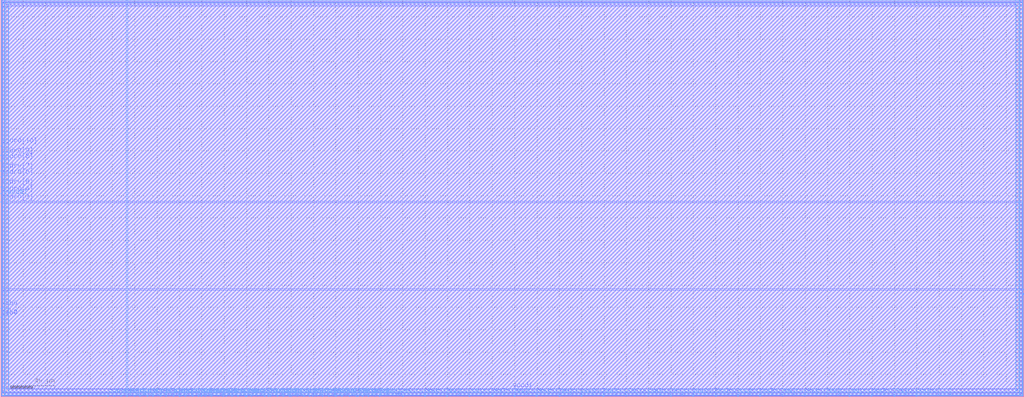
<source format=lef>
VERSION 5.4 ;
NAMESCASESENSITIVE ON ;
BUSBITCHARS "[]" ;
DIVIDERCHAR "/" ;
UNITS
  DATABASE MICRONS 1000 ;
END UNITS
MACRO sky130_sram_5kbytes_1rw_37x1024_37
   CLASS BLOCK ;
   SIZE 915.66 BY 355.34 ;
   SYMMETRY X Y R90 ;
   PIN din0[0]
      DIRECTION INPUT ;
      PORT
         LAYER met4 ;
         RECT  112.88 0.0 113.26 1.06 ;
      END
   END din0[0]
   PIN din0[1]
      DIRECTION INPUT ;
      PORT
         LAYER met4 ;
         RECT  119.68 0.0 120.06 1.06 ;
      END
   END din0[1]
   PIN din0[2]
      DIRECTION INPUT ;
      PORT
         LAYER met4 ;
         RECT  124.44 0.0 124.82 1.06 ;
      END
   END din0[2]
   PIN din0[3]
      DIRECTION INPUT ;
      PORT
         LAYER met4 ;
         RECT  131.24 0.0 131.62 1.06 ;
      END
   END din0[3]
   PIN din0[4]
      DIRECTION INPUT ;
      PORT
         LAYER met4 ;
         RECT  136.0 0.0 136.38 1.06 ;
      END
   END din0[4]
   PIN din0[5]
      DIRECTION INPUT ;
      PORT
         LAYER met4 ;
         RECT  142.8 0.0 143.18 1.06 ;
      END
   END din0[5]
   PIN din0[6]
      DIRECTION INPUT ;
      PORT
         LAYER met4 ;
         RECT  147.56 0.0 147.94 1.06 ;
      END
   END din0[6]
   PIN din0[7]
      DIRECTION INPUT ;
      PORT
         LAYER met4 ;
         RECT  154.36 0.0 154.74 1.06 ;
      END
   END din0[7]
   PIN din0[8]
      DIRECTION INPUT ;
      PORT
         LAYER met4 ;
         RECT  160.48 0.0 160.86 1.06 ;
      END
   END din0[8]
   PIN din0[9]
      DIRECTION INPUT ;
      PORT
         LAYER met4 ;
         RECT  165.24 0.0 165.62 1.06 ;
      END
   END din0[9]
   PIN din0[10]
      DIRECTION INPUT ;
      PORT
         LAYER met4 ;
         RECT  171.36 0.0 171.74 1.06 ;
      END
   END din0[10]
   PIN din0[11]
      DIRECTION INPUT ;
      PORT
         LAYER met4 ;
         RECT  176.8 0.0 177.18 1.06 ;
      END
   END din0[11]
   PIN din0[12]
      DIRECTION INPUT ;
      PORT
         LAYER met4 ;
         RECT  182.92 0.0 183.3 1.06 ;
      END
   END din0[12]
   PIN din0[13]
      DIRECTION INPUT ;
      PORT
         LAYER met4 ;
         RECT  188.36 0.0 188.74 1.06 ;
      END
   END din0[13]
   PIN din0[14]
      DIRECTION INPUT ;
      PORT
         LAYER met4 ;
         RECT  194.48 0.0 194.86 1.06 ;
      END
   END din0[14]
   PIN din0[15]
      DIRECTION INPUT ;
      PORT
         LAYER met4 ;
         RECT  201.28 0.0 201.66 1.06 ;
      END
   END din0[15]
   PIN din0[16]
      DIRECTION INPUT ;
      PORT
         LAYER met4 ;
         RECT  206.72 0.0 207.1 1.06 ;
      END
   END din0[16]
   PIN din0[17]
      DIRECTION INPUT ;
      PORT
         LAYER met4 ;
         RECT  212.16 0.0 212.54 1.06 ;
      END
   END din0[17]
   PIN din0[18]
      DIRECTION INPUT ;
      PORT
         LAYER met4 ;
         RECT  218.96 0.0 219.34 1.06 ;
      END
   END din0[18]
   PIN din0[19]
      DIRECTION INPUT ;
      PORT
         LAYER met4 ;
         RECT  224.4 0.0 224.78 1.06 ;
      END
   END din0[19]
   PIN din0[20]
      DIRECTION INPUT ;
      PORT
         LAYER met4 ;
         RECT  229.84 0.0 230.22 1.06 ;
      END
   END din0[20]
   PIN din0[21]
      DIRECTION INPUT ;
      PORT
         LAYER met4 ;
         RECT  235.96 0.0 236.34 1.06 ;
      END
   END din0[21]
   PIN din0[22]
      DIRECTION INPUT ;
      PORT
         LAYER met4 ;
         RECT  241.4 0.0 241.78 1.06 ;
      END
   END din0[22]
   PIN din0[23]
      DIRECTION INPUT ;
      PORT
         LAYER met4 ;
         RECT  247.52 0.0 247.9 1.06 ;
      END
   END din0[23]
   PIN din0[24]
      DIRECTION INPUT ;
      PORT
         LAYER met4 ;
         RECT  252.96 0.0 253.34 1.06 ;
      END
   END din0[24]
   PIN din0[25]
      DIRECTION INPUT ;
      PORT
         LAYER met4 ;
         RECT  258.4 0.0 258.78 1.06 ;
      END
   END din0[25]
   PIN din0[26]
      DIRECTION INPUT ;
      PORT
         LAYER met4 ;
         RECT  265.2 0.0 265.58 1.06 ;
      END
   END din0[26]
   PIN din0[27]
      DIRECTION INPUT ;
      PORT
         LAYER met4 ;
         RECT  271.32 0.0 271.7 1.06 ;
      END
   END din0[27]
   PIN din0[28]
      DIRECTION INPUT ;
      PORT
         LAYER met4 ;
         RECT  276.08 0.0 276.46 1.06 ;
      END
   END din0[28]
   PIN din0[29]
      DIRECTION INPUT ;
      PORT
         LAYER met4 ;
         RECT  282.2 0.0 282.58 1.06 ;
      END
   END din0[29]
   PIN din0[30]
      DIRECTION INPUT ;
      PORT
         LAYER met4 ;
         RECT  287.64 0.0 288.02 1.06 ;
      END
   END din0[30]
   PIN din0[31]
      DIRECTION INPUT ;
      PORT
         LAYER met4 ;
         RECT  293.76 0.0 294.14 1.06 ;
      END
   END din0[31]
   PIN din0[32]
      DIRECTION INPUT ;
      PORT
         LAYER met4 ;
         RECT  299.88 0.0 300.26 1.06 ;
      END
   END din0[32]
   PIN din0[33]
      DIRECTION INPUT ;
      PORT
         LAYER met4 ;
         RECT  305.32 0.0 305.7 1.06 ;
      END
   END din0[33]
   PIN din0[34]
      DIRECTION INPUT ;
      PORT
         LAYER met4 ;
         RECT  312.12 0.0 312.5 1.06 ;
      END
   END din0[34]
   PIN din0[35]
      DIRECTION INPUT ;
      PORT
         LAYER met4 ;
         RECT  318.24 0.0 318.62 1.06 ;
      END
   END din0[35]
   PIN din0[36]
      DIRECTION INPUT ;
      PORT
         LAYER met4 ;
         RECT  323.68 0.0 324.06 1.06 ;
      END
   END din0[36]
   PIN din0[37]
      DIRECTION INPUT ;
      PORT
         LAYER met4 ;
         RECT  329.12 0.0 329.5 1.06 ;
      END
   END din0[37]
   PIN addr0[0]
      DIRECTION INPUT ;
      PORT
         LAYER met4 ;
         RECT  95.88 0.0 96.26 1.06 ;
      END
   END addr0[0]
   PIN addr0[1]
      DIRECTION INPUT ;
      PORT
         LAYER met4 ;
         RECT  101.32 0.0 101.7 1.06 ;
      END
   END addr0[1]
   PIN addr0[2]
      DIRECTION INPUT ;
      PORT
         LAYER met4 ;
         RECT  107.44 0.0 107.82 1.06 ;
      END
   END addr0[2]
   PIN addr0[3]
      DIRECTION INPUT ;
      PORT
         LAYER met3 ;
         RECT  0.0 174.08 1.06 174.46 ;
      END
   END addr0[3]
   PIN addr0[4]
      DIRECTION INPUT ;
      PORT
         LAYER met3 ;
         RECT  0.0 181.56 1.06 181.94 ;
      END
   END addr0[4]
   PIN addr0[5]
      DIRECTION INPUT ;
      PORT
         LAYER met3 ;
         RECT  0.0 187.68 1.06 188.06 ;
      END
   END addr0[5]
   PIN addr0[6]
      DIRECTION INPUT ;
      PORT
         LAYER met3 ;
         RECT  0.0 196.52 1.06 196.9 ;
      END
   END addr0[6]
   PIN addr0[7]
      DIRECTION INPUT ;
      PORT
         LAYER met3 ;
         RECT  0.0 201.96 1.06 202.34 ;
      END
   END addr0[7]
   PIN addr0[8]
      DIRECTION INPUT ;
      PORT
         LAYER met3 ;
         RECT  0.0 210.8 1.06 211.18 ;
      END
   END addr0[8]
   PIN addr0[9]
      DIRECTION INPUT ;
      PORT
         LAYER met3 ;
         RECT  0.0 215.56 1.06 215.94 ;
      END
   END addr0[9]
   PIN addr0[10]
      DIRECTION INPUT ;
      PORT
         LAYER met3 ;
         RECT  0.0 224.4 1.06 224.78 ;
      END
   END addr0[10]
   PIN csb0
      DIRECTION INPUT ;
      PORT
         LAYER met3 ;
         RECT  0.0 70.72 1.06 71.1 ;
      END
   END csb0
   PIN web0
      DIRECTION INPUT ;
      PORT
         LAYER met3 ;
         RECT  0.0 78.88 1.06 79.26 ;
      END
   END web0
   PIN clk0
      DIRECTION INPUT ;
      PORT
         LAYER met3 ;
         RECT  0.0 71.4 1.06 71.78 ;
      END
   END clk0
   PIN spare_wen0
      DIRECTION INPUT ;
      PORT
         LAYER met4 ;
         RECT  334.56 0.0 334.94 1.06 ;
      END
   END spare_wen0
   PIN dout0[0]
      DIRECTION OUTPUT ;
      PORT
         LAYER met4 ;
         RECT  159.8 0.0 160.18 1.06 ;
      END
   END dout0[0]
   PIN dout0[1]
      DIRECTION OUTPUT ;
      PORT
         LAYER met4 ;
         RECT  179.52 0.0 179.9 1.06 ;
      END
   END dout0[1]
   PIN dout0[2]
      DIRECTION OUTPUT ;
      PORT
         LAYER met4 ;
         RECT  198.56 0.0 198.94 1.06 ;
      END
   END dout0[2]
   PIN dout0[3]
      DIRECTION OUTPUT ;
      PORT
         LAYER met4 ;
         RECT  219.64 0.0 220.02 1.06 ;
      END
   END dout0[3]
   PIN dout0[4]
      DIRECTION OUTPUT ;
      PORT
         LAYER met4 ;
         RECT  239.36 0.0 239.74 1.06 ;
      END
   END dout0[4]
   PIN dout0[5]
      DIRECTION OUTPUT ;
      PORT
         LAYER met4 ;
         RECT  259.76 0.0 260.14 1.06 ;
      END
   END dout0[5]
   PIN dout0[6]
      DIRECTION OUTPUT ;
      PORT
         LAYER met4 ;
         RECT  279.48 0.0 279.86 1.06 ;
      END
   END dout0[6]
   PIN dout0[7]
      DIRECTION OUTPUT ;
      PORT
         LAYER met4 ;
         RECT  297.84 0.0 298.22 1.06 ;
      END
   END dout0[7]
   PIN dout0[8]
      DIRECTION OUTPUT ;
      PORT
         LAYER met4 ;
         RECT  319.6 0.0 319.98 1.06 ;
      END
   END dout0[8]
   PIN dout0[9]
      DIRECTION OUTPUT ;
      PORT
         LAYER met4 ;
         RECT  338.64 0.0 339.02 1.06 ;
      END
   END dout0[9]
   PIN dout0[10]
      DIRECTION OUTPUT ;
      PORT
         LAYER met4 ;
         RECT  359.72 0.0 360.1 1.06 ;
      END
   END dout0[10]
   PIN dout0[11]
      DIRECTION OUTPUT ;
      PORT
         LAYER met4 ;
         RECT  379.44 0.0 379.82 1.06 ;
      END
   END dout0[11]
   PIN dout0[12]
      DIRECTION OUTPUT ;
      PORT
         LAYER met4 ;
         RECT  399.16 0.0 399.54 1.06 ;
      END
   END dout0[12]
   PIN dout0[13]
      DIRECTION OUTPUT ;
      PORT
         LAYER met4 ;
         RECT  419.56 0.0 419.94 1.06 ;
      END
   END dout0[13]
   PIN dout0[14]
      DIRECTION OUTPUT ;
      PORT
         LAYER met4 ;
         RECT  439.96 0.0 440.34 1.06 ;
      END
   END dout0[14]
   PIN dout0[15]
      DIRECTION OUTPUT ;
      PORT
         LAYER met4 ;
         RECT  459.68 0.0 460.06 1.06 ;
      END
   END dout0[15]
   PIN dout0[16]
      DIRECTION OUTPUT ;
      PORT
         LAYER met4 ;
         RECT  479.4 0.0 479.78 1.06 ;
      END
   END dout0[16]
   PIN dout0[17]
      DIRECTION OUTPUT ;
      PORT
         LAYER met4 ;
         RECT  499.8 0.0 500.18 1.06 ;
      END
   END dout0[17]
   PIN dout0[18]
      DIRECTION OUTPUT ;
      PORT
         LAYER met4 ;
         RECT  519.52 0.0 519.9 1.06 ;
      END
   END dout0[18]
   PIN dout0[19]
      DIRECTION OUTPUT ;
      PORT
         LAYER met4 ;
         RECT  539.24 0.0 539.62 1.06 ;
      END
   END dout0[19]
   PIN dout0[20]
      DIRECTION OUTPUT ;
      PORT
         LAYER met4 ;
         RECT  559.64 0.0 560.02 1.06 ;
      END
   END dout0[20]
   PIN dout0[21]
      DIRECTION OUTPUT ;
      PORT
         LAYER met4 ;
         RECT  579.36 0.0 579.74 1.06 ;
      END
   END dout0[21]
   PIN dout0[22]
      DIRECTION OUTPUT ;
      PORT
         LAYER met4 ;
         RECT  599.76 0.0 600.14 1.06 ;
      END
   END dout0[22]
   PIN dout0[23]
      DIRECTION OUTPUT ;
      PORT
         LAYER met4 ;
         RECT  619.48 0.0 619.86 1.06 ;
      END
   END dout0[23]
   PIN dout0[24]
      DIRECTION OUTPUT ;
      PORT
         LAYER met4 ;
         RECT  639.88 0.0 640.26 1.06 ;
      END
   END dout0[24]
   PIN dout0[25]
      DIRECTION OUTPUT ;
      PORT
         LAYER met4 ;
         RECT  659.6 0.0 659.98 1.06 ;
      END
   END dout0[25]
   PIN dout0[26]
      DIRECTION OUTPUT ;
      PORT
         LAYER met4 ;
         RECT  679.32 0.0 679.7 1.06 ;
      END
   END dout0[26]
   PIN dout0[27]
      DIRECTION OUTPUT ;
      PORT
         LAYER met4 ;
         RECT  699.72 0.0 700.1 1.06 ;
      END
   END dout0[27]
   PIN dout0[28]
      DIRECTION OUTPUT ;
      PORT
         LAYER met4 ;
         RECT  719.44 0.0 719.82 1.06 ;
      END
   END dout0[28]
   PIN dout0[29]
      DIRECTION OUTPUT ;
      PORT
         LAYER met4 ;
         RECT  739.16 0.0 739.54 1.06 ;
      END
   END dout0[29]
   PIN dout0[30]
      DIRECTION OUTPUT ;
      PORT
         LAYER met4 ;
         RECT  759.56 0.0 759.94 1.06 ;
      END
   END dout0[30]
   PIN dout0[31]
      DIRECTION OUTPUT ;
      PORT
         LAYER met4 ;
         RECT  779.28 0.0 779.66 1.06 ;
      END
   END dout0[31]
   PIN dout0[32]
      DIRECTION OUTPUT ;
      PORT
         LAYER met4 ;
         RECT  799.68 0.0 800.06 1.06 ;
      END
   END dout0[32]
   PIN dout0[33]
      DIRECTION OUTPUT ;
      PORT
         LAYER met4 ;
         RECT  819.4 0.0 819.78 1.06 ;
      END
   END dout0[33]
   PIN dout0[34]
      DIRECTION OUTPUT ;
      PORT
         LAYER met3 ;
         RECT  914.6 95.88 915.66 96.26 ;
      END
   END dout0[34]
   PIN dout0[35]
      DIRECTION OUTPUT ;
      PORT
         LAYER met3 ;
         RECT  914.6 91.12 915.66 91.5 ;
      END
   END dout0[35]
   PIN dout0[36]
      DIRECTION OUTPUT ;
      PORT
         LAYER met3 ;
         RECT  914.6 91.8 915.66 92.18 ;
      END
   END dout0[36]
   PIN dout0[37]
      DIRECTION OUTPUT ;
      PORT
         LAYER met3 ;
         RECT  914.6 92.48 915.66 92.86 ;
      END
   END dout0[37]
   PIN vccd1
      DIRECTION INOUT ;
      USE POWER ; 
      SHAPE ABUTMENT ; 
      PORT
         LAYER met4 ;
         RECT  909.16 4.76 910.9 351.94 ;
         LAYER met3 ;
         RECT  4.76 350.2 910.9 351.94 ;
         LAYER met3 ;
         RECT  4.76 4.76 910.9 6.5 ;
         LAYER met4 ;
         RECT  4.76 4.76 6.5 351.94 ;
      END
   END vccd1
   PIN vssd1
      DIRECTION INOUT ;
      USE GROUND ; 
      SHAPE ABUTMENT ; 
      PORT
         LAYER met3 ;
         RECT  1.36 1.36 914.3 3.1 ;
         LAYER met3 ;
         RECT  1.36 353.6 914.3 355.34 ;
         LAYER met4 ;
         RECT  912.56 1.36 914.3 355.34 ;
         LAYER met4 ;
         RECT  1.36 1.36 3.1 355.34 ;
      END
   END vssd1
   OBS
   LAYER  met1 ;
      RECT  0.62 0.62 915.04 354.72 ;
   LAYER  met2 ;
      RECT  0.62 0.62 915.04 354.72 ;
   LAYER  met3 ;
      RECT  1.66 173.48 915.04 175.06 ;
      RECT  0.62 175.06 1.66 180.96 ;
      RECT  0.62 182.54 1.66 187.08 ;
      RECT  0.62 188.66 1.66 195.92 ;
      RECT  0.62 197.5 1.66 201.36 ;
      RECT  0.62 202.94 1.66 210.2 ;
      RECT  0.62 211.78 1.66 214.96 ;
      RECT  0.62 216.54 1.66 223.8 ;
      RECT  0.62 79.86 1.66 173.48 ;
      RECT  0.62 72.38 1.66 78.28 ;
      RECT  1.66 95.28 914.0 96.86 ;
      RECT  1.66 96.86 914.0 173.48 ;
      RECT  914.0 96.86 915.04 173.48 ;
      RECT  914.0 93.46 915.04 95.28 ;
      RECT  1.66 175.06 4.16 349.6 ;
      RECT  1.66 349.6 4.16 352.54 ;
      RECT  4.16 175.06 911.5 349.6 ;
      RECT  911.5 175.06 915.04 349.6 ;
      RECT  911.5 349.6 915.04 352.54 ;
      RECT  1.66 4.16 4.16 7.1 ;
      RECT  1.66 7.1 4.16 95.28 ;
      RECT  4.16 7.1 911.5 95.28 ;
      RECT  911.5 4.16 914.0 7.1 ;
      RECT  911.5 7.1 914.0 95.28 ;
      RECT  0.62 0.62 0.76 0.76 ;
      RECT  0.62 0.76 0.76 3.7 ;
      RECT  0.62 3.7 0.76 70.12 ;
      RECT  0.76 0.62 1.66 0.76 ;
      RECT  0.76 3.7 1.66 70.12 ;
      RECT  914.0 0.62 914.9 0.76 ;
      RECT  914.0 3.7 914.9 90.52 ;
      RECT  914.9 0.62 915.04 0.76 ;
      RECT  914.9 0.76 915.04 3.7 ;
      RECT  914.9 3.7 915.04 90.52 ;
      RECT  1.66 0.62 4.16 0.76 ;
      RECT  1.66 3.7 4.16 4.16 ;
      RECT  4.16 0.62 911.5 0.76 ;
      RECT  4.16 3.7 911.5 4.16 ;
      RECT  911.5 0.62 914.0 0.76 ;
      RECT  911.5 3.7 914.0 4.16 ;
      RECT  0.62 225.38 0.76 353.0 ;
      RECT  0.62 353.0 0.76 354.72 ;
      RECT  0.76 225.38 1.66 353.0 ;
      RECT  1.66 352.54 4.16 353.0 ;
      RECT  4.16 352.54 911.5 353.0 ;
      RECT  911.5 352.54 914.9 353.0 ;
      RECT  914.9 352.54 915.04 353.0 ;
      RECT  914.9 353.0 915.04 354.72 ;
   LAYER  met4 ;
      RECT  112.28 1.66 113.86 354.72 ;
      RECT  113.86 0.62 119.08 1.66 ;
      RECT  120.66 0.62 123.84 1.66 ;
      RECT  125.42 0.62 130.64 1.66 ;
      RECT  132.22 0.62 135.4 1.66 ;
      RECT  136.98 0.62 142.2 1.66 ;
      RECT  143.78 0.62 146.96 1.66 ;
      RECT  148.54 0.62 153.76 1.66 ;
      RECT  161.46 0.62 164.64 1.66 ;
      RECT  166.22 0.62 170.76 1.66 ;
      RECT  172.34 0.62 176.2 1.66 ;
      RECT  183.9 0.62 187.76 1.66 ;
      RECT  189.34 0.62 193.88 1.66 ;
      RECT  202.26 0.62 206.12 1.66 ;
      RECT  207.7 0.62 211.56 1.66 ;
      RECT  213.14 0.62 218.36 1.66 ;
      RECT  225.38 0.62 229.24 1.66 ;
      RECT  230.82 0.62 235.36 1.66 ;
      RECT  242.38 0.62 246.92 1.66 ;
      RECT  248.5 0.62 252.36 1.66 ;
      RECT  253.94 0.62 257.8 1.66 ;
      RECT  266.18 0.62 270.72 1.66 ;
      RECT  272.3 0.62 275.48 1.66 ;
      RECT  283.18 0.62 287.04 1.66 ;
      RECT  288.62 0.62 293.16 1.66 ;
      RECT  300.86 0.62 304.72 1.66 ;
      RECT  306.3 0.62 311.52 1.66 ;
      RECT  313.1 0.62 317.64 1.66 ;
      RECT  324.66 0.62 328.52 1.66 ;
      RECT  96.86 0.62 100.72 1.66 ;
      RECT  102.3 0.62 106.84 1.66 ;
      RECT  108.42 0.62 112.28 1.66 ;
      RECT  330.1 0.62 333.96 1.66 ;
      RECT  155.34 0.62 159.2 1.66 ;
      RECT  177.78 0.62 178.92 1.66 ;
      RECT  180.5 0.62 182.32 1.66 ;
      RECT  195.46 0.62 197.96 1.66 ;
      RECT  199.54 0.62 200.68 1.66 ;
      RECT  220.62 0.62 223.8 1.66 ;
      RECT  236.94 0.62 238.76 1.66 ;
      RECT  240.34 0.62 240.8 1.66 ;
      RECT  260.74 0.62 264.6 1.66 ;
      RECT  277.06 0.62 278.88 1.66 ;
      RECT  280.46 0.62 281.6 1.66 ;
      RECT  294.74 0.62 297.24 1.66 ;
      RECT  298.82 0.62 299.28 1.66 ;
      RECT  320.58 0.62 323.08 1.66 ;
      RECT  335.54 0.62 338.04 1.66 ;
      RECT  339.62 0.62 359.12 1.66 ;
      RECT  360.7 0.62 378.84 1.66 ;
      RECT  380.42 0.62 398.56 1.66 ;
      RECT  400.14 0.62 418.96 1.66 ;
      RECT  420.54 0.62 439.36 1.66 ;
      RECT  440.94 0.62 459.08 1.66 ;
      RECT  460.66 0.62 478.8 1.66 ;
      RECT  480.38 0.62 499.2 1.66 ;
      RECT  500.78 0.62 518.92 1.66 ;
      RECT  520.5 0.62 538.64 1.66 ;
      RECT  540.22 0.62 559.04 1.66 ;
      RECT  560.62 0.62 578.76 1.66 ;
      RECT  580.34 0.62 599.16 1.66 ;
      RECT  600.74 0.62 618.88 1.66 ;
      RECT  620.46 0.62 639.28 1.66 ;
      RECT  640.86 0.62 659.0 1.66 ;
      RECT  660.58 0.62 678.72 1.66 ;
      RECT  680.3 0.62 699.12 1.66 ;
      RECT  700.7 0.62 718.84 1.66 ;
      RECT  720.42 0.62 738.56 1.66 ;
      RECT  740.14 0.62 758.96 1.66 ;
      RECT  760.54 0.62 778.68 1.66 ;
      RECT  780.26 0.62 799.08 1.66 ;
      RECT  800.66 0.62 818.8 1.66 ;
      RECT  113.86 1.66 908.56 4.16 ;
      RECT  113.86 4.16 908.56 352.54 ;
      RECT  113.86 352.54 908.56 354.72 ;
      RECT  908.56 1.66 911.5 4.16 ;
      RECT  908.56 352.54 911.5 354.72 ;
      RECT  4.16 1.66 7.1 4.16 ;
      RECT  4.16 352.54 7.1 354.72 ;
      RECT  7.1 1.66 112.28 4.16 ;
      RECT  7.1 4.16 112.28 352.54 ;
      RECT  7.1 352.54 112.28 354.72 ;
      RECT  820.38 0.62 911.96 0.76 ;
      RECT  820.38 0.76 911.96 1.66 ;
      RECT  911.96 0.62 914.9 0.76 ;
      RECT  914.9 0.62 915.04 0.76 ;
      RECT  914.9 0.76 915.04 1.66 ;
      RECT  911.5 1.66 911.96 4.16 ;
      RECT  914.9 1.66 915.04 4.16 ;
      RECT  911.5 4.16 911.96 352.54 ;
      RECT  914.9 4.16 915.04 352.54 ;
      RECT  911.5 352.54 911.96 354.72 ;
      RECT  914.9 352.54 915.04 354.72 ;
      RECT  0.62 0.62 0.76 0.76 ;
      RECT  0.62 0.76 0.76 1.66 ;
      RECT  0.76 0.62 3.7 0.76 ;
      RECT  3.7 0.62 95.28 0.76 ;
      RECT  3.7 0.76 95.28 1.66 ;
      RECT  0.62 1.66 0.76 4.16 ;
      RECT  3.7 1.66 4.16 4.16 ;
      RECT  0.62 4.16 0.76 352.54 ;
      RECT  3.7 4.16 4.16 352.54 ;
      RECT  0.62 352.54 0.76 354.72 ;
      RECT  3.7 352.54 4.16 354.72 ;
   END
END    sky130_sram_5kbytes_1rw_37x1024_37
END    LIBRARY

</source>
